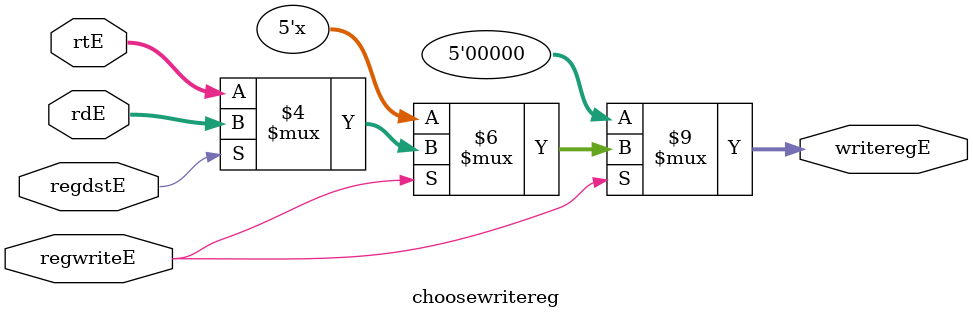
<source format=v>
`timescale 1ns / 1ps


module choosewritereg(
    input [4:0] rtE,rdE,
    input regwriteE,regdstE,
    output reg [4:0] writeregE
    );
    always@(*) begin 
        if(regwriteE)
            if(regdstE)
                writeregE = rdE;
             else writeregE = rtE;
         else writeregE = 5'b00000;
    end
endmodule

</source>
